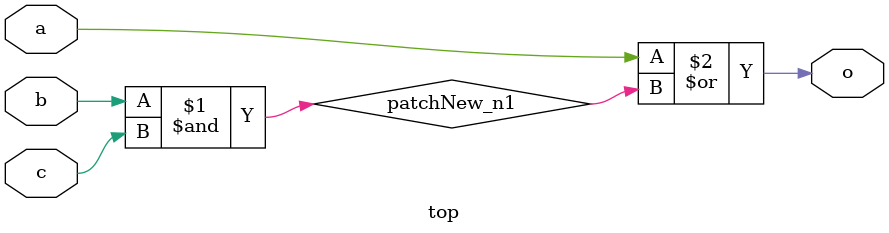
<source format=v>
module top(a, b, c, o);
  input a, b, c;
  output o;
  and eco1 (patchNew_n1, b, c);
  or eco2 (o, a, patchNew_n1);
endmodule
</source>
